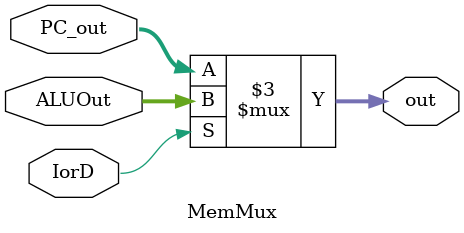
<source format=v>
`timescale 1ns / 1ps
module MemMux(
    input [31:0] PC_out,
    input [31:0] ALUOut,
    input IorD,
    output reg [31:0] out
);

always @(PC_out, ALUOut, IorD)begin
  if(IorD)begin
    out <= ALUOut;
  end
  else
    out <= PC_out;
  end
endmodule 
</source>
